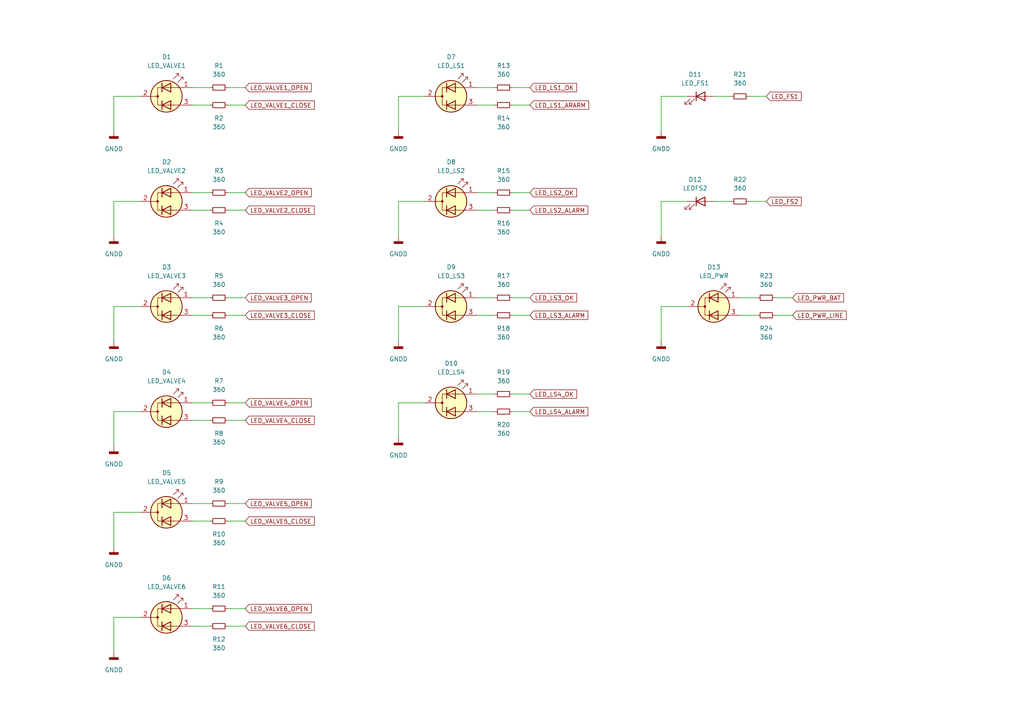
<source format=kicad_sch>
(kicad_sch (version 20211123) (generator eeschema)

  (uuid 55cb8f53-6225-445e-b244-a91169d9aa53)

  (paper "A4")

  (lib_symbols
    (symbol "Device:LED" (pin_numbers hide) (pin_names (offset 1.016) hide) (in_bom yes) (on_board yes)
      (property "Reference" "D" (id 0) (at 0 2.54 0)
        (effects (font (size 1.27 1.27)))
      )
      (property "Value" "LED" (id 1) (at 0 -2.54 0)
        (effects (font (size 1.27 1.27)))
      )
      (property "Footprint" "" (id 2) (at 0 0 0)
        (effects (font (size 1.27 1.27)) hide)
      )
      (property "Datasheet" "~" (id 3) (at 0 0 0)
        (effects (font (size 1.27 1.27)) hide)
      )
      (property "ki_keywords" "LED diode" (id 4) (at 0 0 0)
        (effects (font (size 1.27 1.27)) hide)
      )
      (property "ki_description" "Light emitting diode" (id 5) (at 0 0 0)
        (effects (font (size 1.27 1.27)) hide)
      )
      (property "ki_fp_filters" "LED* LED_SMD:* LED_THT:*" (id 6) (at 0 0 0)
        (effects (font (size 1.27 1.27)) hide)
      )
      (symbol "LED_0_1"
        (polyline
          (pts
            (xy -1.27 -1.27)
            (xy -1.27 1.27)
          )
          (stroke (width 0.254) (type default) (color 0 0 0 0))
          (fill (type none))
        )
        (polyline
          (pts
            (xy -1.27 0)
            (xy 1.27 0)
          )
          (stroke (width 0) (type default) (color 0 0 0 0))
          (fill (type none))
        )
        (polyline
          (pts
            (xy 1.27 -1.27)
            (xy 1.27 1.27)
            (xy -1.27 0)
            (xy 1.27 -1.27)
          )
          (stroke (width 0.254) (type default) (color 0 0 0 0))
          (fill (type none))
        )
        (polyline
          (pts
            (xy -3.048 -0.762)
            (xy -4.572 -2.286)
            (xy -3.81 -2.286)
            (xy -4.572 -2.286)
            (xy -4.572 -1.524)
          )
          (stroke (width 0) (type default) (color 0 0 0 0))
          (fill (type none))
        )
        (polyline
          (pts
            (xy -1.778 -0.762)
            (xy -3.302 -2.286)
            (xy -2.54 -2.286)
            (xy -3.302 -2.286)
            (xy -3.302 -1.524)
          )
          (stroke (width 0) (type default) (color 0 0 0 0))
          (fill (type none))
        )
      )
      (symbol "LED_1_1"
        (pin passive line (at -3.81 0 0) (length 2.54)
          (name "K" (effects (font (size 1.27 1.27))))
          (number "1" (effects (font (size 1.27 1.27))))
        )
        (pin passive line (at 3.81 0 180) (length 2.54)
          (name "A" (effects (font (size 1.27 1.27))))
          (number "2" (effects (font (size 1.27 1.27))))
        )
      )
    )
    (symbol "Device:LED_Dual_AKA" (pin_names (offset 0) hide) (in_bom yes) (on_board yes)
      (property "Reference" "D" (id 0) (at 0 5.715 0)
        (effects (font (size 1.27 1.27)))
      )
      (property "Value" "LED_Dual_AKA" (id 1) (at 0 -6.35 0)
        (effects (font (size 1.27 1.27)))
      )
      (property "Footprint" "" (id 2) (at 0 0 0)
        (effects (font (size 1.27 1.27)) hide)
      )
      (property "Datasheet" "~" (id 3) (at 0 0 0)
        (effects (font (size 1.27 1.27)) hide)
      )
      (property "ki_keywords" "LED diode bicolor dual" (id 4) (at 0 0 0)
        (effects (font (size 1.27 1.27)) hide)
      )
      (property "ki_description" "Dual LED, common cathode on pin 2" (id 5) (at 0 0 0)
        (effects (font (size 1.27 1.27)) hide)
      )
      (property "ki_fp_filters" "LED* LED_SMD:* LED_THT:*" (id 6) (at 0 0 0)
        (effects (font (size 1.27 1.27)) hide)
      )
      (symbol "LED_Dual_AKA_0_1"
        (circle (center -2.54 0) (radius 0.2794)
          (stroke (width 0) (type default) (color 0 0 0 0))
          (fill (type outline))
        )
        (polyline
          (pts
            (xy -4.572 0)
            (xy -2.54 0)
          )
          (stroke (width 0) (type default) (color 0 0 0 0))
          (fill (type none))
        )
        (polyline
          (pts
            (xy -1.27 -1.27)
            (xy -1.27 -3.81)
          )
          (stroke (width 0.254) (type default) (color 0 0 0 0))
          (fill (type none))
        )
        (polyline
          (pts
            (xy -1.27 1.27)
            (xy -1.27 3.81)
          )
          (stroke (width 0.254) (type default) (color 0 0 0 0))
          (fill (type none))
        )
        (polyline
          (pts
            (xy 3.81 -2.54)
            (xy 1.905 -2.54)
          )
          (stroke (width 0) (type default) (color 0 0 0 0))
          (fill (type none))
        )
        (polyline
          (pts
            (xy 3.81 2.54)
            (xy 1.905 2.54)
          )
          (stroke (width 0) (type default) (color 0 0 0 0))
          (fill (type none))
        )
        (polyline
          (pts
            (xy 1.27 -3.81)
            (xy 1.27 -1.27)
            (xy -1.27 -2.54)
            (xy 1.27 -3.81)
          )
          (stroke (width 0.254) (type default) (color 0 0 0 0))
          (fill (type none))
        )
        (polyline
          (pts
            (xy 1.27 1.27)
            (xy 1.27 3.81)
            (xy -1.27 2.54)
            (xy 1.27 1.27)
          )
          (stroke (width 0.254) (type default) (color 0 0 0 0))
          (fill (type none))
        )
        (polyline
          (pts
            (xy 2.032 2.54)
            (xy -2.54 2.54)
            (xy -2.54 -2.54)
            (xy 2.032 -2.54)
          )
          (stroke (width 0) (type default) (color 0 0 0 0))
          (fill (type none))
        )
        (polyline
          (pts
            (xy 2.032 5.08)
            (xy 3.556 6.604)
            (xy 2.794 6.604)
            (xy 3.556 6.604)
            (xy 3.556 5.842)
          )
          (stroke (width 0) (type default) (color 0 0 0 0))
          (fill (type none))
        )
        (polyline
          (pts
            (xy 3.302 4.064)
            (xy 4.826 5.588)
            (xy 4.064 5.588)
            (xy 4.826 5.588)
            (xy 4.826 4.826)
          )
          (stroke (width 0) (type default) (color 0 0 0 0))
          (fill (type none))
        )
        (circle (center 0 0) (radius 4.572)
          (stroke (width 0.254) (type default) (color 0 0 0 0))
          (fill (type background))
        )
      )
      (symbol "LED_Dual_AKA_1_1"
        (pin input line (at 7.62 2.54 180) (length 3.81)
          (name "A1" (effects (font (size 1.27 1.27))))
          (number "1" (effects (font (size 1.27 1.27))))
        )
        (pin input line (at -7.62 0 0) (length 3.048)
          (name "K" (effects (font (size 1.27 1.27))))
          (number "2" (effects (font (size 1.27 1.27))))
        )
        (pin input line (at 7.62 -2.54 180) (length 3.81)
          (name "A2" (effects (font (size 1.27 1.27))))
          (number "3" (effects (font (size 1.27 1.27))))
        )
      )
    )
    (symbol "Device:R_Small" (pin_numbers hide) (pin_names (offset 0.254) hide) (in_bom yes) (on_board yes)
      (property "Reference" "R" (id 0) (at 0.762 0.508 0)
        (effects (font (size 1.27 1.27)) (justify left))
      )
      (property "Value" "R_Small" (id 1) (at 0.762 -1.016 0)
        (effects (font (size 1.27 1.27)) (justify left))
      )
      (property "Footprint" "" (id 2) (at 0 0 0)
        (effects (font (size 1.27 1.27)) hide)
      )
      (property "Datasheet" "~" (id 3) (at 0 0 0)
        (effects (font (size 1.27 1.27)) hide)
      )
      (property "ki_keywords" "R resistor" (id 4) (at 0 0 0)
        (effects (font (size 1.27 1.27)) hide)
      )
      (property "ki_description" "Resistor, small symbol" (id 5) (at 0 0 0)
        (effects (font (size 1.27 1.27)) hide)
      )
      (property "ki_fp_filters" "R_*" (id 6) (at 0 0 0)
        (effects (font (size 1.27 1.27)) hide)
      )
      (symbol "R_Small_0_1"
        (rectangle (start -0.762 1.778) (end 0.762 -1.778)
          (stroke (width 0.2032) (type default) (color 0 0 0 0))
          (fill (type none))
        )
      )
      (symbol "R_Small_1_1"
        (pin passive line (at 0 2.54 270) (length 0.762)
          (name "~" (effects (font (size 1.27 1.27))))
          (number "1" (effects (font (size 1.27 1.27))))
        )
        (pin passive line (at 0 -2.54 90) (length 0.762)
          (name "~" (effects (font (size 1.27 1.27))))
          (number "2" (effects (font (size 1.27 1.27))))
        )
      )
    )
    (symbol "power:GNDD" (power) (pin_names (offset 0)) (in_bom yes) (on_board yes)
      (property "Reference" "#PWR" (id 0) (at 0 -6.35 0)
        (effects (font (size 1.27 1.27)) hide)
      )
      (property "Value" "GNDD" (id 1) (at 0 -3.175 0)
        (effects (font (size 1.27 1.27)))
      )
      (property "Footprint" "" (id 2) (at 0 0 0)
        (effects (font (size 1.27 1.27)) hide)
      )
      (property "Datasheet" "" (id 3) (at 0 0 0)
        (effects (font (size 1.27 1.27)) hide)
      )
      (property "ki_keywords" "power-flag" (id 4) (at 0 0 0)
        (effects (font (size 1.27 1.27)) hide)
      )
      (property "ki_description" "Power symbol creates a global label with name \"GNDD\" , digital ground" (id 5) (at 0 0 0)
        (effects (font (size 1.27 1.27)) hide)
      )
      (symbol "GNDD_0_1"
        (rectangle (start -1.27 -1.524) (end 1.27 -2.032)
          (stroke (width 0.254) (type default) (color 0 0 0 0))
          (fill (type outline))
        )
        (polyline
          (pts
            (xy 0 0)
            (xy 0 -1.524)
          )
          (stroke (width 0) (type default) (color 0 0 0 0))
          (fill (type none))
        )
      )
      (symbol "GNDD_1_1"
        (pin power_in line (at 0 0 270) (length 0) hide
          (name "GNDD" (effects (font (size 1.27 1.27))))
          (number "1" (effects (font (size 1.27 1.27))))
        )
      )
    )
  )


  (wire (pts (xy 115.57 127) (xy 115.57 116.84))
    (stroke (width 0) (type default) (color 0 0 0 0))
    (uuid 01e6cdb3-7161-46aa-9496-936b61d9f8e3)
  )
  (wire (pts (xy 138.43 60.96) (xy 143.51 60.96))
    (stroke (width 0) (type default) (color 0 0 0 0))
    (uuid 01f35d1f-0989-4ad9-93b1-f46e38d25f70)
  )
  (wire (pts (xy 66.04 86.36) (xy 71.12 86.36))
    (stroke (width 0) (type default) (color 0 0 0 0))
    (uuid 02f6c126-659d-4b2c-883c-ff06fd48929f)
  )
  (wire (pts (xy 66.04 30.48) (xy 71.12 30.48))
    (stroke (width 0) (type default) (color 0 0 0 0))
    (uuid 02ffb09e-ecd9-44c9-b463-e742976c4031)
  )
  (wire (pts (xy 191.77 88.9) (xy 199.39 88.9))
    (stroke (width 0) (type default) (color 0 0 0 0))
    (uuid 08f2df10-1ec4-478d-a4ae-d05aa8a511ab)
  )
  (wire (pts (xy 55.88 60.96) (xy 60.96 60.96))
    (stroke (width 0) (type default) (color 0 0 0 0))
    (uuid 105f8dec-7d38-40ec-836d-14fe51a050a6)
  )
  (wire (pts (xy 66.04 25.4) (xy 71.12 25.4))
    (stroke (width 0) (type default) (color 0 0 0 0))
    (uuid 13fa4ae6-c6d0-4c95-9dab-98c0834d9397)
  )
  (wire (pts (xy 115.57 58.42) (xy 123.19 58.42))
    (stroke (width 0) (type default) (color 0 0 0 0))
    (uuid 17210b20-c2a1-49b8-8b9c-5f1ab37c4b26)
  )
  (wire (pts (xy 115.57 88.9) (xy 123.19 88.9))
    (stroke (width 0) (type default) (color 0 0 0 0))
    (uuid 1947468f-824d-4440-9a56-9dee15c10420)
  )
  (wire (pts (xy 66.04 60.96) (xy 71.12 60.96))
    (stroke (width 0) (type default) (color 0 0 0 0))
    (uuid 1cf7a81d-0d7b-4692-a40f-b14613a0701c)
  )
  (wire (pts (xy 66.04 121.92) (xy 71.12 121.92))
    (stroke (width 0) (type default) (color 0 0 0 0))
    (uuid 252af732-3526-4e09-9bd8-ecbe8d3788de)
  )
  (wire (pts (xy 138.43 25.4) (xy 143.51 25.4))
    (stroke (width 0) (type default) (color 0 0 0 0))
    (uuid 25746bdd-8f9c-4186-93bb-c73b74b9b8e8)
  )
  (wire (pts (xy 55.88 55.88) (xy 60.96 55.88))
    (stroke (width 0) (type default) (color 0 0 0 0))
    (uuid 28df0a1d-902d-4e04-a5cb-5a785f372985)
  )
  (wire (pts (xy 33.02 158.75) (xy 33.02 148.59))
    (stroke (width 0) (type default) (color 0 0 0 0))
    (uuid 2f324496-6ea7-427a-9832-f73ee533a43f)
  )
  (wire (pts (xy 115.57 99.06) (xy 115.57 88.9))
    (stroke (width 0) (type default) (color 0 0 0 0))
    (uuid 3265756d-bd76-41e0-a062-1c9fd8870b55)
  )
  (wire (pts (xy 207.01 58.42) (xy 212.09 58.42))
    (stroke (width 0) (type default) (color 0 0 0 0))
    (uuid 39158f9e-7850-42ec-a4b1-38a370ea61b1)
  )
  (wire (pts (xy 138.43 55.88) (xy 143.51 55.88))
    (stroke (width 0) (type default) (color 0 0 0 0))
    (uuid 3cf16bc3-8efe-41a3-8961-17ee64845e59)
  )
  (wire (pts (xy 55.88 181.61) (xy 60.96 181.61))
    (stroke (width 0) (type default) (color 0 0 0 0))
    (uuid 41cea055-cece-43a3-9bd4-0c9c798147c3)
  )
  (wire (pts (xy 148.59 114.3) (xy 153.67 114.3))
    (stroke (width 0) (type default) (color 0 0 0 0))
    (uuid 46d51502-85bc-4074-94ab-982972438baa)
  )
  (wire (pts (xy 66.04 176.53) (xy 71.12 176.53))
    (stroke (width 0) (type default) (color 0 0 0 0))
    (uuid 49ea1a37-9d06-46d6-a13f-fb7aaf22b634)
  )
  (wire (pts (xy 148.59 55.88) (xy 153.67 55.88))
    (stroke (width 0) (type default) (color 0 0 0 0))
    (uuid 4bd84b5a-66c8-4201-ab60-ae7a031c5149)
  )
  (wire (pts (xy 33.02 58.42) (xy 40.64 58.42))
    (stroke (width 0) (type default) (color 0 0 0 0))
    (uuid 4dd23da7-43b4-4e4d-a090-c01331d7912f)
  )
  (wire (pts (xy 191.77 27.94) (xy 199.39 27.94))
    (stroke (width 0) (type default) (color 0 0 0 0))
    (uuid 58c04ad3-ca4d-424e-b243-fb9fcae24673)
  )
  (wire (pts (xy 115.57 68.58) (xy 115.57 58.42))
    (stroke (width 0) (type default) (color 0 0 0 0))
    (uuid 594d4895-d34b-44e2-a670-e738a7d199ec)
  )
  (wire (pts (xy 55.88 146.05) (xy 60.96 146.05))
    (stroke (width 0) (type default) (color 0 0 0 0))
    (uuid 64ffb98e-ef49-4c85-9a98-c436b27223ef)
  )
  (wire (pts (xy 55.88 91.44) (xy 60.96 91.44))
    (stroke (width 0) (type default) (color 0 0 0 0))
    (uuid 65461535-6592-4b7f-9ce1-0597bbd64cbd)
  )
  (wire (pts (xy 217.17 58.42) (xy 222.25 58.42))
    (stroke (width 0) (type default) (color 0 0 0 0))
    (uuid 661bfc2c-4b33-4b80-869c-0b524a188230)
  )
  (wire (pts (xy 115.57 116.84) (xy 123.19 116.84))
    (stroke (width 0) (type default) (color 0 0 0 0))
    (uuid 662f306f-9076-44da-b886-0afbbefa047b)
  )
  (wire (pts (xy 33.02 148.59) (xy 40.64 148.59))
    (stroke (width 0) (type default) (color 0 0 0 0))
    (uuid 6c29a401-e6e0-446a-b2bf-28b7d78f3f15)
  )
  (wire (pts (xy 55.88 30.48) (xy 60.96 30.48))
    (stroke (width 0) (type default) (color 0 0 0 0))
    (uuid 7e65307a-29a8-47c5-9c6f-2614f7ebbed3)
  )
  (wire (pts (xy 138.43 86.36) (xy 143.51 86.36))
    (stroke (width 0) (type default) (color 0 0 0 0))
    (uuid 7fc4dc14-193d-432f-9ec1-fbc18e4d5eb5)
  )
  (wire (pts (xy 214.63 91.44) (xy 219.71 91.44))
    (stroke (width 0) (type default) (color 0 0 0 0))
    (uuid 837ea8f7-5764-4545-bd09-78b2ef468352)
  )
  (wire (pts (xy 33.02 119.38) (xy 40.64 119.38))
    (stroke (width 0) (type default) (color 0 0 0 0))
    (uuid 85c8da67-a7d4-45c1-ad7c-02b42b76ef9e)
  )
  (wire (pts (xy 138.43 119.38) (xy 143.51 119.38))
    (stroke (width 0) (type default) (color 0 0 0 0))
    (uuid 871b14b7-d089-4858-90ef-7618ff52f0c7)
  )
  (wire (pts (xy 66.04 151.13) (xy 71.12 151.13))
    (stroke (width 0) (type default) (color 0 0 0 0))
    (uuid 8d8e8273-639d-463d-baf0-7be420af5866)
  )
  (wire (pts (xy 55.88 116.84) (xy 60.96 116.84))
    (stroke (width 0) (type default) (color 0 0 0 0))
    (uuid 8dd2259c-43c3-4bd3-abb4-f8178b600d24)
  )
  (wire (pts (xy 148.59 119.38) (xy 153.67 119.38))
    (stroke (width 0) (type default) (color 0 0 0 0))
    (uuid 8e2f00c9-972e-46e0-bae5-fdf915cfa95d)
  )
  (wire (pts (xy 33.02 179.07) (xy 40.64 179.07))
    (stroke (width 0) (type default) (color 0 0 0 0))
    (uuid 92361955-ba6c-47d5-8085-788258b33137)
  )
  (wire (pts (xy 33.02 38.1) (xy 33.02 27.94))
    (stroke (width 0) (type default) (color 0 0 0 0))
    (uuid 93937384-e008-4e1c-89a9-111b21e83633)
  )
  (wire (pts (xy 33.02 27.94) (xy 40.64 27.94))
    (stroke (width 0) (type default) (color 0 0 0 0))
    (uuid 97611e00-8d8a-4a37-b1d2-a6a03cf8e619)
  )
  (wire (pts (xy 138.43 30.48) (xy 143.51 30.48))
    (stroke (width 0) (type default) (color 0 0 0 0))
    (uuid 9770a75e-8f09-4069-9dff-d2f9f66e14e1)
  )
  (wire (pts (xy 207.01 27.94) (xy 212.09 27.94))
    (stroke (width 0) (type default) (color 0 0 0 0))
    (uuid 98d2c32f-d4d6-41b0-b2ce-6251fb6c1c71)
  )
  (wire (pts (xy 148.59 91.44) (xy 153.67 91.44))
    (stroke (width 0) (type default) (color 0 0 0 0))
    (uuid 9deb5513-e726-46a6-a3d9-cb95c237ec87)
  )
  (wire (pts (xy 33.02 99.06) (xy 33.02 88.9))
    (stroke (width 0) (type default) (color 0 0 0 0))
    (uuid a0c931c6-bcf4-4114-9f2f-a8e6282b0532)
  )
  (wire (pts (xy 55.88 121.92) (xy 60.96 121.92))
    (stroke (width 0) (type default) (color 0 0 0 0))
    (uuid a746552c-795a-4a15-99eb-f3567934a8d6)
  )
  (wire (pts (xy 115.57 38.1) (xy 115.57 27.94))
    (stroke (width 0) (type default) (color 0 0 0 0))
    (uuid ab4e12d8-0c4a-4d43-ad24-5dbc5504cfd0)
  )
  (wire (pts (xy 217.17 27.94) (xy 222.25 27.94))
    (stroke (width 0) (type default) (color 0 0 0 0))
    (uuid b1153229-aedc-4c13-9ed7-f742e33f7ab7)
  )
  (wire (pts (xy 66.04 116.84) (xy 71.12 116.84))
    (stroke (width 0) (type default) (color 0 0 0 0))
    (uuid b23fc8eb-4656-474a-98f7-4458d10ab2bf)
  )
  (wire (pts (xy 33.02 189.23) (xy 33.02 179.07))
    (stroke (width 0) (type default) (color 0 0 0 0))
    (uuid b9c86228-1099-4f67-97da-5ce91d5c9087)
  )
  (wire (pts (xy 66.04 91.44) (xy 71.12 91.44))
    (stroke (width 0) (type default) (color 0 0 0 0))
    (uuid ba264259-6059-4ccd-8787-c64abed77333)
  )
  (wire (pts (xy 138.43 91.44) (xy 143.51 91.44))
    (stroke (width 0) (type default) (color 0 0 0 0))
    (uuid c1ecae50-67e3-4286-974f-ad9a88371dbb)
  )
  (wire (pts (xy 66.04 146.05) (xy 71.12 146.05))
    (stroke (width 0) (type default) (color 0 0 0 0))
    (uuid c2da4d57-c4d6-429f-8dc5-e37984d662c8)
  )
  (wire (pts (xy 224.79 86.36) (xy 229.87 86.36))
    (stroke (width 0) (type default) (color 0 0 0 0))
    (uuid c6a1c65a-87e5-485f-8561-249521f200c2)
  )
  (wire (pts (xy 148.59 30.48) (xy 153.67 30.48))
    (stroke (width 0) (type default) (color 0 0 0 0))
    (uuid c88de89d-ab13-4ce9-9f99-bf87b866d325)
  )
  (wire (pts (xy 33.02 68.58) (xy 33.02 58.42))
    (stroke (width 0) (type default) (color 0 0 0 0))
    (uuid c9d00ffb-7ea1-4a0a-ba30-ddaf58a3480a)
  )
  (wire (pts (xy 55.88 176.53) (xy 60.96 176.53))
    (stroke (width 0) (type default) (color 0 0 0 0))
    (uuid cd7c9833-8262-43c1-943d-72fe433a14fa)
  )
  (wire (pts (xy 191.77 99.06) (xy 191.77 88.9))
    (stroke (width 0) (type default) (color 0 0 0 0))
    (uuid cdd9577b-7c52-4e51-b05a-62248c1259c3)
  )
  (wire (pts (xy 55.88 151.13) (xy 60.96 151.13))
    (stroke (width 0) (type default) (color 0 0 0 0))
    (uuid ce1852dd-3b67-4ea5-b231-3b3291c306a2)
  )
  (wire (pts (xy 191.77 58.42) (xy 199.39 58.42))
    (stroke (width 0) (type default) (color 0 0 0 0))
    (uuid ce7c5cdb-1280-4314-99bf-fa997af2dcaa)
  )
  (wire (pts (xy 55.88 25.4) (xy 60.96 25.4))
    (stroke (width 0) (type default) (color 0 0 0 0))
    (uuid d3b3d581-a2c8-4351-a1d5-62d0bd5bf39f)
  )
  (wire (pts (xy 66.04 55.88) (xy 71.12 55.88))
    (stroke (width 0) (type default) (color 0 0 0 0))
    (uuid d4479754-41aa-4d78-a259-5236836309fe)
  )
  (wire (pts (xy 115.57 27.94) (xy 123.19 27.94))
    (stroke (width 0) (type default) (color 0 0 0 0))
    (uuid d56f8faf-32c6-4b66-9f17-a6c40f048164)
  )
  (wire (pts (xy 214.63 86.36) (xy 219.71 86.36))
    (stroke (width 0) (type default) (color 0 0 0 0))
    (uuid d5fbb4b9-a8e6-4290-80c9-0feab8b2ae03)
  )
  (wire (pts (xy 224.79 91.44) (xy 229.87 91.44))
    (stroke (width 0) (type default) (color 0 0 0 0))
    (uuid d9637321-240e-4385-94e2-51956936b64c)
  )
  (wire (pts (xy 33.02 129.54) (xy 33.02 119.38))
    (stroke (width 0) (type default) (color 0 0 0 0))
    (uuid e08feb9f-5370-47ed-a651-ac8cfc93de21)
  )
  (wire (pts (xy 191.77 68.58) (xy 191.77 58.42))
    (stroke (width 0) (type default) (color 0 0 0 0))
    (uuid e27233b8-b319-4009-a825-0bec93079055)
  )
  (wire (pts (xy 191.77 38.1) (xy 191.77 27.94))
    (stroke (width 0) (type default) (color 0 0 0 0))
    (uuid e58144f3-7dcd-4938-a7f7-49ff801c65b2)
  )
  (wire (pts (xy 138.43 114.3) (xy 143.51 114.3))
    (stroke (width 0) (type default) (color 0 0 0 0))
    (uuid e9df0200-4236-4834-a25d-094a0415ba8f)
  )
  (wire (pts (xy 148.59 60.96) (xy 153.67 60.96))
    (stroke (width 0) (type default) (color 0 0 0 0))
    (uuid ec7af4b2-e316-41e7-bf55-a61bd0ccef72)
  )
  (wire (pts (xy 148.59 86.36) (xy 153.67 86.36))
    (stroke (width 0) (type default) (color 0 0 0 0))
    (uuid f3b9e9d1-d498-4ea9-a433-3ef104139cca)
  )
  (wire (pts (xy 55.88 86.36) (xy 60.96 86.36))
    (stroke (width 0) (type default) (color 0 0 0 0))
    (uuid f4807ceb-a2db-4ec0-8df7-1b63a5a05efd)
  )
  (wire (pts (xy 148.59 25.4) (xy 153.67 25.4))
    (stroke (width 0) (type default) (color 0 0 0 0))
    (uuid f5d758c0-3de7-4bb9-8b2b-7d264723dfdd)
  )
  (wire (pts (xy 66.04 181.61) (xy 71.12 181.61))
    (stroke (width 0) (type default) (color 0 0 0 0))
    (uuid f82ca2fe-6d33-4b72-a5c5-bf3f5903c59c)
  )
  (wire (pts (xy 33.02 88.9) (xy 40.64 88.9))
    (stroke (width 0) (type default) (color 0 0 0 0))
    (uuid f95c6e1f-0566-40f5-a898-974f1056a029)
  )

  (global_label "LED_VALVE3_CLOSE" (shape input) (at 71.12 91.44 0) (fields_autoplaced)
    (effects (font (size 1.2446 1.2446)) (justify left))
    (uuid 0280ec9b-c492-4e3f-81c5-220b9a9382ee)
    (property "Intersheet References" "${INTERSHEET_REFS}" (id 0) (at 91.1463 91.3622 0)
      (effects (font (size 1.2446 1.2446)) (justify left) hide)
    )
  )
  (global_label "LED_VALVE2_OPEN" (shape input) (at 71.12 55.88 0) (fields_autoplaced)
    (effects (font (size 1.2446 1.2446)) (justify left))
    (uuid 252a0daf-9d34-4a40-9f82-58cd57ee3ca9)
    (property "Intersheet References" "${INTERSHEET_REFS}" (id 0) (at 90.2573 55.8022 0)
      (effects (font (size 1.2446 1.2446)) (justify left) hide)
    )
  )
  (global_label "LED_LS1_OK" (shape input) (at 153.67 25.4 0) (fields_autoplaced)
    (effects (font (size 1.2446 1.2446)) (justify left))
    (uuid 2f1370f6-61c2-43ab-860b-36072380935f)
    (property "Intersheet References" "${INTERSHEET_REFS}" (id 0) (at 167.2362 25.3222 0)
      (effects (font (size 1.2446 1.2446)) (justify left) hide)
    )
  )
  (global_label "LED_LS4_ALARM" (shape input) (at 153.67 119.38 0) (fields_autoplaced)
    (effects (font (size 1.2446 1.2446)) (justify left))
    (uuid 3c3a7fab-f987-422f-9ab8-d5590a20fa56)
    (property "Intersheet References" "${INTERSHEET_REFS}" (id 0) (at 170.4959 119.3022 0)
      (effects (font (size 1.2446 1.2446)) (justify left) hide)
    )
  )
  (global_label "LED_VALVE1_OPEN" (shape input) (at 71.12 25.4 0) (fields_autoplaced)
    (effects (font (size 1.2446 1.2446)) (justify left))
    (uuid 4bc9be44-c948-4fea-8b30-3ec905c1d013)
    (property "Intersheet References" "${INTERSHEET_REFS}" (id 0) (at 90.2573 25.3222 0)
      (effects (font (size 1.2446 1.2446)) (justify left) hide)
    )
  )
  (global_label "LED_VALVE4_CLOSE" (shape input) (at 71.12 121.92 0) (fields_autoplaced)
    (effects (font (size 1.2446 1.2446)) (justify left))
    (uuid 4c5848c6-65d2-4830-8fd1-2d4cbe2e4c51)
    (property "Intersheet References" "${INTERSHEET_REFS}" (id 0) (at 91.1463 121.8422 0)
      (effects (font (size 1.2446 1.2446)) (justify left) hide)
    )
  )
  (global_label "LED_VALVE5_CLOSE" (shape input) (at 71.12 151.13 0) (fields_autoplaced)
    (effects (font (size 1.2446 1.2446)) (justify left))
    (uuid 6fa6efab-68de-41cf-8708-ec6ca587fe28)
    (property "Intersheet References" "${INTERSHEET_REFS}" (id 0) (at 91.1463 151.0522 0)
      (effects (font (size 1.2446 1.2446)) (justify left) hide)
    )
  )
  (global_label "LED_LS2_OK" (shape input) (at 153.67 55.88 0) (fields_autoplaced)
    (effects (font (size 1.2446 1.2446)) (justify left))
    (uuid 6fc0242b-03c1-47b5-8e0b-ba7c21f4dd8b)
    (property "Intersheet References" "${INTERSHEET_REFS}" (id 0) (at 167.2362 55.8022 0)
      (effects (font (size 1.2446 1.2446)) (justify left) hide)
    )
  )
  (global_label "LED_LS4_OK" (shape input) (at 153.67 114.3 0) (fields_autoplaced)
    (effects (font (size 1.2446 1.2446)) (justify left))
    (uuid 7f2f6372-7597-4dde-ba73-c4327f3e2b26)
    (property "Intersheet References" "${INTERSHEET_REFS}" (id 0) (at 167.2362 114.2222 0)
      (effects (font (size 1.2446 1.2446)) (justify left) hide)
    )
  )
  (global_label "LED_PWR_BAT" (shape input) (at 229.87 86.36 0) (fields_autoplaced)
    (effects (font (size 1.2446 1.2446)) (justify left))
    (uuid 7f6e3877-a262-4023-8095-9d8755dcfef4)
    (property "Intersheet References" "${INTERSHEET_REFS}" (id 0) (at -19.05 -55.88 0)
      (effects (font (size 1.27 1.27)) hide)
    )
  )
  (global_label "LED_PWR_LINE" (shape input) (at 229.87 91.44 0) (fields_autoplaced)
    (effects (font (size 1.2446 1.2446)) (justify left))
    (uuid 878b81fb-4a2c-4f5a-a5f1-f67728f3ca72)
    (property "Intersheet References" "${INTERSHEET_REFS}" (id 0) (at -19.05 -55.88 0)
      (effects (font (size 1.27 1.27)) hide)
    )
  )
  (global_label "LED_VALVE3_OPEN" (shape input) (at 71.12 86.36 0) (fields_autoplaced)
    (effects (font (size 1.2446 1.2446)) (justify left))
    (uuid 8c367178-377a-40d7-881a-813ad3551822)
    (property "Intersheet References" "${INTERSHEET_REFS}" (id 0) (at 90.2573 86.2822 0)
      (effects (font (size 1.2446 1.2446)) (justify left) hide)
    )
  )
  (global_label "LED_VALVE4_OPEN" (shape input) (at 71.12 116.84 0) (fields_autoplaced)
    (effects (font (size 1.2446 1.2446)) (justify left))
    (uuid 8e4f4dd2-1b0f-4841-9d6c-8a21f53f6166)
    (property "Intersheet References" "${INTERSHEET_REFS}" (id 0) (at 90.2573 116.7622 0)
      (effects (font (size 1.2446 1.2446)) (justify left) hide)
    )
  )
  (global_label "LED_LS2_ALARM" (shape input) (at 153.67 60.96 0) (fields_autoplaced)
    (effects (font (size 1.2446 1.2446)) (justify left))
    (uuid 96079cfb-abbc-4071-b94c-419198c570fb)
    (property "Intersheet References" "${INTERSHEET_REFS}" (id 0) (at 170.4959 60.8822 0)
      (effects (font (size 1.2446 1.2446)) (justify left) hide)
    )
  )
  (global_label "LED_VALVE6_CLOSE" (shape input) (at 71.12 181.61 0) (fields_autoplaced)
    (effects (font (size 1.2446 1.2446)) (justify left))
    (uuid 98763f32-54e6-4d58-a60a-c38bacb2baf5)
    (property "Intersheet References" "${INTERSHEET_REFS}" (id 0) (at 91.1463 181.5322 0)
      (effects (font (size 1.2446 1.2446)) (justify left) hide)
    )
  )
  (global_label "LED_VALVE5_OPEN" (shape input) (at 71.12 146.05 0) (fields_autoplaced)
    (effects (font (size 1.2446 1.2446)) (justify left))
    (uuid ab04f789-e74d-49bb-ab54-5dbc7cc4d680)
    (property "Intersheet References" "${INTERSHEET_REFS}" (id 0) (at 90.2573 145.9722 0)
      (effects (font (size 1.2446 1.2446)) (justify left) hide)
    )
  )
  (global_label "LED_FS2" (shape input) (at 222.25 58.42 0) (fields_autoplaced)
    (effects (font (size 1.2446 1.2446)) (justify left))
    (uuid b532d1ee-5e7e-4993-94c6-0e37a2203378)
    (property "Intersheet References" "${INTERSHEET_REFS}" (id 0) (at 232.3787 58.3422 0)
      (effects (font (size 1.2446 1.2446)) (justify left) hide)
    )
  )
  (global_label "LED_VALVE6_OPEN" (shape input) (at 71.12 176.53 0) (fields_autoplaced)
    (effects (font (size 1.2446 1.2446)) (justify left))
    (uuid c7450745-904f-43dd-954f-23715c8579ab)
    (property "Intersheet References" "${INTERSHEET_REFS}" (id 0) (at 90.2573 176.4522 0)
      (effects (font (size 1.2446 1.2446)) (justify left) hide)
    )
  )
  (global_label "LED_VALVE2_CLOSE" (shape input) (at 71.12 60.96 0) (fields_autoplaced)
    (effects (font (size 1.2446 1.2446)) (justify left))
    (uuid dd86965a-41a1-4690-a165-fef937fe8323)
    (property "Intersheet References" "${INTERSHEET_REFS}" (id 0) (at 91.1463 60.8822 0)
      (effects (font (size 1.2446 1.2446)) (justify left) hide)
    )
  )
  (global_label "LED_VALVE1_CLOSE" (shape input) (at 71.12 30.48 0) (fields_autoplaced)
    (effects (font (size 1.2446 1.2446)) (justify left))
    (uuid e348bab4-7a9d-43a2-ac2d-beebe359a32a)
    (property "Intersheet References" "${INTERSHEET_REFS}" (id 0) (at 91.1463 30.4022 0)
      (effects (font (size 1.2446 1.2446)) (justify left) hide)
    )
  )
  (global_label "LED_LS3_OK" (shape input) (at 153.67 86.36 0) (fields_autoplaced)
    (effects (font (size 1.2446 1.2446)) (justify left))
    (uuid ee2d21c6-36ab-423c-a59c-a2fb03bac5b0)
    (property "Intersheet References" "${INTERSHEET_REFS}" (id 0) (at 167.2362 86.2822 0)
      (effects (font (size 1.2446 1.2446)) (justify left) hide)
    )
  )
  (global_label "LED_FS1" (shape input) (at 222.25 27.94 0) (fields_autoplaced)
    (effects (font (size 1.2446 1.2446)) (justify left))
    (uuid ee7e76a0-c738-4af4-a94b-38fca232c46e)
    (property "Intersheet References" "${INTERSHEET_REFS}" (id 0) (at 232.3787 27.8622 0)
      (effects (font (size 1.2446 1.2446)) (justify left) hide)
    )
  )
  (global_label "LED_LS1_ARARM" (shape input) (at 153.67 30.48 0) (fields_autoplaced)
    (effects (font (size 1.2446 1.2446)) (justify left))
    (uuid f524c49e-a8b6-46d3-81c1-f350d47e312c)
    (property "Intersheet References" "${INTERSHEET_REFS}" (id 0) (at 170.7329 30.4022 0)
      (effects (font (size 1.2446 1.2446)) (justify left) hide)
    )
  )
  (global_label "LED_LS3_ALARM" (shape input) (at 153.67 91.44 0) (fields_autoplaced)
    (effects (font (size 1.2446 1.2446)) (justify left))
    (uuid fac7e43e-a873-4eda-99de-580ef4832924)
    (property "Intersheet References" "${INTERSHEET_REFS}" (id 0) (at 170.4959 91.3622 0)
      (effects (font (size 1.2446 1.2446)) (justify left) hide)
    )
  )

  (symbol (lib_id "Device:R_Small") (at 146.05 119.38 90) (unit 1)
    (in_bom yes) (on_board yes) (fields_autoplaced)
    (uuid 03c066b8-6295-4823-87a5-ca75429dce2e)
    (property "Reference" "R20" (id 0) (at 146.05 123.19 90))
    (property "Value" "360" (id 1) (at 146.05 125.73 90))
    (property "Footprint" "Resistor_SMD:R_0805_2012Metric" (id 2) (at 146.05 119.38 0)
      (effects (font (size 1.27 1.27)) hide)
    )
    (property "Datasheet" "~" (id 3) (at 146.05 119.38 0)
      (effects (font (size 1.27 1.27)) hide)
    )
    (pin "1" (uuid a2d16f4a-7719-491b-af0a-e125b141f962))
    (pin "2" (uuid f6fae73f-cede-4cf6-887c-5dfa1b669167))
  )

  (symbol (lib_id "Device:R_Small") (at 146.05 86.36 90) (unit 1)
    (in_bom yes) (on_board yes) (fields_autoplaced)
    (uuid 09812d75-35f1-486b-88d6-84440b8bea48)
    (property "Reference" "R17" (id 0) (at 146.05 80.01 90))
    (property "Value" "360" (id 1) (at 146.05 82.55 90))
    (property "Footprint" "Resistor_SMD:R_0805_2012Metric" (id 2) (at 146.05 86.36 0)
      (effects (font (size 1.27 1.27)) hide)
    )
    (property "Datasheet" "~" (id 3) (at 146.05 86.36 0)
      (effects (font (size 1.27 1.27)) hide)
    )
    (pin "1" (uuid 5920914a-e6b1-462c-a068-8f258b81ba37))
    (pin "2" (uuid fc4202a0-7822-4c2c-840e-47da8b7b3895))
  )

  (symbol (lib_id "power:GNDD") (at 33.02 38.1 0) (unit 1)
    (in_bom yes) (on_board yes) (fields_autoplaced)
    (uuid 0d4df3f1-ddaf-4dc7-a621-c31cba378587)
    (property "Reference" "#PWR01" (id 0) (at 33.02 44.45 0)
      (effects (font (size 1.27 1.27)) hide)
    )
    (property "Value" "GNDD" (id 1) (at 33.02 43.18 0))
    (property "Footprint" "" (id 2) (at 33.02 38.1 0)
      (effects (font (size 1.27 1.27)) hide)
    )
    (property "Datasheet" "" (id 3) (at 33.02 38.1 0)
      (effects (font (size 1.27 1.27)) hide)
    )
    (pin "1" (uuid bfc25e5f-222b-4062-945d-3dc437b7a633))
  )

  (symbol (lib_id "power:GNDD") (at 33.02 129.54 0) (unit 1)
    (in_bom yes) (on_board yes) (fields_autoplaced)
    (uuid 1489dfe0-e844-4552-873f-6b6760c513d6)
    (property "Reference" "#PWR04" (id 0) (at 33.02 135.89 0)
      (effects (font (size 1.27 1.27)) hide)
    )
    (property "Value" "GNDD" (id 1) (at 33.02 134.62 0))
    (property "Footprint" "" (id 2) (at 33.02 129.54 0)
      (effects (font (size 1.27 1.27)) hide)
    )
    (property "Datasheet" "" (id 3) (at 33.02 129.54 0)
      (effects (font (size 1.27 1.27)) hide)
    )
    (pin "1" (uuid 4b163d6a-3331-45f1-9d5a-d8b941dda150))
  )

  (symbol (lib_id "Device:LED_Dual_AKA") (at 130.81 58.42 0) (unit 1)
    (in_bom yes) (on_board yes) (fields_autoplaced)
    (uuid 1afc6c2c-1407-4bc9-8cc1-c8e10a3e2c22)
    (property "Reference" "D8" (id 0) (at 130.8735 46.99 0))
    (property "Value" "LED_LS2" (id 1) (at 130.8735 49.53 0))
    (property "Footprint" "LED_THT:LED_D5.0mm-3" (id 2) (at 130.81 58.42 0)
      (effects (font (size 1.27 1.27)) hide)
    )
    (property "Datasheet" "~" (id 3) (at 130.81 58.42 0)
      (effects (font (size 1.27 1.27)) hide)
    )
    (pin "1" (uuid 4411e613-27a4-4ce1-a812-d62addc51a18))
    (pin "2" (uuid e7fa3b35-4f9f-4853-a1de-0d9b6920f702))
    (pin "3" (uuid f650d7d1-fe5b-4e89-b080-ed484b6496f1))
  )

  (symbol (lib_id "Device:R_Small") (at 214.63 27.94 90) (unit 1)
    (in_bom yes) (on_board yes) (fields_autoplaced)
    (uuid 1d498cd0-1da6-480c-bc2a-2f34ba2a60fe)
    (property "Reference" "R21" (id 0) (at 214.63 21.59 90))
    (property "Value" "360" (id 1) (at 214.63 24.13 90))
    (property "Footprint" "Resistor_SMD:R_0805_2012Metric" (id 2) (at 214.63 27.94 0)
      (effects (font (size 1.27 1.27)) hide)
    )
    (property "Datasheet" "~" (id 3) (at 214.63 27.94 0)
      (effects (font (size 1.27 1.27)) hide)
    )
    (pin "1" (uuid 4dc4531e-156d-409b-afa0-d6e4561294ac))
    (pin "2" (uuid d4fe255f-fe89-4ba3-ad12-4208f5ef8ffc))
  )

  (symbol (lib_id "Device:R_Small") (at 63.5 86.36 90) (unit 1)
    (in_bom yes) (on_board yes) (fields_autoplaced)
    (uuid 21660a74-ee3a-4f06-83cf-3d530387806c)
    (property "Reference" "R5" (id 0) (at 63.5 80.01 90))
    (property "Value" "360" (id 1) (at 63.5 82.55 90))
    (property "Footprint" "Resistor_SMD:R_0805_2012Metric" (id 2) (at 63.5 86.36 0)
      (effects (font (size 1.27 1.27)) hide)
    )
    (property "Datasheet" "~" (id 3) (at 63.5 86.36 0)
      (effects (font (size 1.27 1.27)) hide)
    )
    (pin "1" (uuid 234de380-151c-432f-9158-37e1ca1817f9))
    (pin "2" (uuid 39c1ab2c-3174-4fc5-a0af-fd70b2efa47a))
  )

  (symbol (lib_id "Device:LED_Dual_AKA") (at 48.26 88.9 0) (unit 1)
    (in_bom yes) (on_board yes) (fields_autoplaced)
    (uuid 21d6bfbb-ee00-45ea-b1bb-11e99895ae23)
    (property "Reference" "D3" (id 0) (at 48.3235 77.47 0))
    (property "Value" "LED_VALVE3" (id 1) (at 48.3235 80.01 0))
    (property "Footprint" "LED_THT:LED_D5.0mm-3" (id 2) (at 48.26 88.9 0)
      (effects (font (size 1.27 1.27)) hide)
    )
    (property "Datasheet" "~" (id 3) (at 48.26 88.9 0)
      (effects (font (size 1.27 1.27)) hide)
    )
    (pin "1" (uuid ab44b3c8-17bc-443e-92f7-13189389035d))
    (pin "2" (uuid 379f6dee-0d9a-4e1b-af55-090744f10be8))
    (pin "3" (uuid 303e58de-e67f-4569-93f7-ac862a70cc5b))
  )

  (symbol (lib_id "Device:R_Small") (at 146.05 60.96 90) (unit 1)
    (in_bom yes) (on_board yes) (fields_autoplaced)
    (uuid 21e761a0-4366-4fdc-a579-63c6a0ffdc00)
    (property "Reference" "R16" (id 0) (at 146.05 64.77 90))
    (property "Value" "360" (id 1) (at 146.05 67.31 90))
    (property "Footprint" "Resistor_SMD:R_0805_2012Metric" (id 2) (at 146.05 60.96 0)
      (effects (font (size 1.27 1.27)) hide)
    )
    (property "Datasheet" "~" (id 3) (at 146.05 60.96 0)
      (effects (font (size 1.27 1.27)) hide)
    )
    (pin "1" (uuid 2d10a283-0baa-451e-b6bf-7f0ad88e47f6))
    (pin "2" (uuid f8fb79a2-82bb-4958-83c3-7ea7b3118e75))
  )

  (symbol (lib_id "Device:R_Small") (at 63.5 30.48 90) (unit 1)
    (in_bom yes) (on_board yes) (fields_autoplaced)
    (uuid 3e58f6c7-ac23-40b3-9e9e-8d1c0fc5846f)
    (property "Reference" "R2" (id 0) (at 63.5 34.29 90))
    (property "Value" "360" (id 1) (at 63.5 36.83 90))
    (property "Footprint" "Resistor_SMD:R_0805_2012Metric" (id 2) (at 63.5 30.48 0)
      (effects (font (size 1.27 1.27)) hide)
    )
    (property "Datasheet" "~" (id 3) (at 63.5 30.48 0)
      (effects (font (size 1.27 1.27)) hide)
    )
    (pin "1" (uuid 28bd14dc-bf24-46c3-8125-806db2a1135d))
    (pin "2" (uuid 951e017b-484a-4480-bbc3-d2193c87dfdc))
  )

  (symbol (lib_id "Device:R_Small") (at 146.05 25.4 90) (unit 1)
    (in_bom yes) (on_board yes) (fields_autoplaced)
    (uuid 3fb7ded7-2d08-4a7a-808a-b786cf2547a0)
    (property "Reference" "R13" (id 0) (at 146.05 19.05 90))
    (property "Value" "360" (id 1) (at 146.05 21.59 90))
    (property "Footprint" "Resistor_SMD:R_0805_2012Metric" (id 2) (at 146.05 25.4 0)
      (effects (font (size 1.27 1.27)) hide)
    )
    (property "Datasheet" "~" (id 3) (at 146.05 25.4 0)
      (effects (font (size 1.27 1.27)) hide)
    )
    (pin "1" (uuid c7a49dd7-6794-4cde-ab3f-0457f667d11f))
    (pin "2" (uuid 4da15386-453f-47cd-abd1-408a8eda1a03))
  )

  (symbol (lib_id "Device:LED_Dual_AKA") (at 48.26 27.94 0) (unit 1)
    (in_bom yes) (on_board yes) (fields_autoplaced)
    (uuid 424308d9-aacd-429e-b989-8b88805193e8)
    (property "Reference" "D1" (id 0) (at 48.3235 16.51 0))
    (property "Value" "LED_VALVE1" (id 1) (at 48.3235 19.05 0))
    (property "Footprint" "LED_THT:LED_D5.0mm-3" (id 2) (at 48.26 27.94 0)
      (effects (font (size 1.27 1.27)) hide)
    )
    (property "Datasheet" "~" (id 3) (at 48.26 27.94 0)
      (effects (font (size 1.27 1.27)) hide)
    )
    (pin "1" (uuid 9a2b8653-f45f-4f6a-98a1-7ba3af044bfa))
    (pin "2" (uuid bf785926-b6b4-41a4-89a6-484182d84fce))
    (pin "3" (uuid 640d8d8a-3be1-4c1e-b478-33d83fe2a298))
  )

  (symbol (lib_id "Device:R_Small") (at 63.5 91.44 90) (unit 1)
    (in_bom yes) (on_board yes) (fields_autoplaced)
    (uuid 44915d9b-4826-4ee5-bead-e5c5f9e03d97)
    (property "Reference" "R6" (id 0) (at 63.5 95.25 90))
    (property "Value" "360" (id 1) (at 63.5 97.79 90))
    (property "Footprint" "Resistor_SMD:R_0805_2012Metric" (id 2) (at 63.5 91.44 0)
      (effects (font (size 1.27 1.27)) hide)
    )
    (property "Datasheet" "~" (id 3) (at 63.5 91.44 0)
      (effects (font (size 1.27 1.27)) hide)
    )
    (pin "1" (uuid 7ab82e96-00b7-4542-a1d8-68bf62de017c))
    (pin "2" (uuid 101cdddc-9bd9-48b6-8568-d62f9928c674))
  )

  (symbol (lib_id "Device:LED") (at 203.2 58.42 0) (unit 1)
    (in_bom yes) (on_board yes) (fields_autoplaced)
    (uuid 46e0fcd4-defc-434c-bd6d-6293ffcb425e)
    (property "Reference" "D12" (id 0) (at 201.6125 52.07 0))
    (property "Value" "LEDFS2" (id 1) (at 201.6125 54.61 0))
    (property "Footprint" "LED_THT:LED_D5.0mm" (id 2) (at 203.2 58.42 0)
      (effects (font (size 1.27 1.27)) hide)
    )
    (property "Datasheet" "~" (id 3) (at 203.2 58.42 0)
      (effects (font (size 1.27 1.27)) hide)
    )
    (pin "1" (uuid dd2d4773-3665-4eaf-b1e0-58ecbe401f36))
    (pin "2" (uuid 6acc62c7-ce8a-4fd5-85d7-72fff48505e7))
  )

  (symbol (lib_id "power:GNDD") (at 115.57 127 0) (unit 1)
    (in_bom yes) (on_board yes) (fields_autoplaced)
    (uuid 50d5a72f-7e3d-4a54-904c-583b5ecf2da8)
    (property "Reference" "#PWR010" (id 0) (at 115.57 133.35 0)
      (effects (font (size 1.27 1.27)) hide)
    )
    (property "Value" "GNDD" (id 1) (at 115.57 132.08 0))
    (property "Footprint" "" (id 2) (at 115.57 127 0)
      (effects (font (size 1.27 1.27)) hide)
    )
    (property "Datasheet" "" (id 3) (at 115.57 127 0)
      (effects (font (size 1.27 1.27)) hide)
    )
    (pin "1" (uuid 29433d3a-a023-486c-a903-61d038b7a763))
  )

  (symbol (lib_id "Device:R_Small") (at 63.5 181.61 90) (unit 1)
    (in_bom yes) (on_board yes) (fields_autoplaced)
    (uuid 53c97a8b-0b81-421e-970f-ff23c802cbfa)
    (property "Reference" "R12" (id 0) (at 63.5 185.42 90))
    (property "Value" "360" (id 1) (at 63.5 187.96 90))
    (property "Footprint" "Resistor_SMD:R_0805_2012Metric" (id 2) (at 63.5 181.61 0)
      (effects (font (size 1.27 1.27)) hide)
    )
    (property "Datasheet" "~" (id 3) (at 63.5 181.61 0)
      (effects (font (size 1.27 1.27)) hide)
    )
    (pin "1" (uuid 9389b061-2f1e-40bc-bd30-f409bafc5f5b))
    (pin "2" (uuid 39b55bf5-a0c4-49d6-abc8-e7eacaf02e14))
  )

  (symbol (lib_id "Device:R_Small") (at 63.5 25.4 90) (unit 1)
    (in_bom yes) (on_board yes) (fields_autoplaced)
    (uuid 56eb568b-f58e-4a50-bd13-4c2fbe960d23)
    (property "Reference" "R1" (id 0) (at 63.5 19.05 90))
    (property "Value" "360" (id 1) (at 63.5 21.59 90))
    (property "Footprint" "Resistor_SMD:R_0805_2012Metric" (id 2) (at 63.5 25.4 0)
      (effects (font (size 1.27 1.27)) hide)
    )
    (property "Datasheet" "~" (id 3) (at 63.5 25.4 0)
      (effects (font (size 1.27 1.27)) hide)
    )
    (pin "1" (uuid fb392a82-bd95-4431-a595-201c4224f424))
    (pin "2" (uuid 8b354bfb-d6f6-4368-86cd-40973cf9c8dd))
  )

  (symbol (lib_id "Device:LED_Dual_AKA") (at 130.81 27.94 0) (unit 1)
    (in_bom yes) (on_board yes) (fields_autoplaced)
    (uuid 5d718ab0-0a30-4f99-9779-f99aa617d266)
    (property "Reference" "D7" (id 0) (at 130.8735 16.51 0))
    (property "Value" "LED_LS1" (id 1) (at 130.8735 19.05 0))
    (property "Footprint" "LED_THT:LED_D5.0mm-3" (id 2) (at 130.81 27.94 0)
      (effects (font (size 1.27 1.27)) hide)
    )
    (property "Datasheet" "~" (id 3) (at 130.81 27.94 0)
      (effects (font (size 1.27 1.27)) hide)
    )
    (pin "1" (uuid 949b365a-05ae-4dfe-9bf4-915dca806a1c))
    (pin "2" (uuid c5f8df15-34db-4acc-8c69-c429d3704d73))
    (pin "3" (uuid 09a514e2-b7e2-483a-aaa7-b760455a74c5))
  )

  (symbol (lib_id "power:GNDD") (at 33.02 189.23 0) (unit 1)
    (in_bom yes) (on_board yes) (fields_autoplaced)
    (uuid 61cefea0-e8ba-4ffc-bde9-55cb66f23712)
    (property "Reference" "#PWR06" (id 0) (at 33.02 195.58 0)
      (effects (font (size 1.27 1.27)) hide)
    )
    (property "Value" "GNDD" (id 1) (at 33.02 194.31 0))
    (property "Footprint" "" (id 2) (at 33.02 189.23 0)
      (effects (font (size 1.27 1.27)) hide)
    )
    (property "Datasheet" "" (id 3) (at 33.02 189.23 0)
      (effects (font (size 1.27 1.27)) hide)
    )
    (pin "1" (uuid a363a8c0-6168-42d8-80f1-ddddcb70e25f))
  )

  (symbol (lib_id "Device:R_Small") (at 63.5 121.92 90) (unit 1)
    (in_bom yes) (on_board yes) (fields_autoplaced)
    (uuid 63d1a4a1-f660-4f29-b1f9-dabf48d5de92)
    (property "Reference" "R8" (id 0) (at 63.5 125.73 90))
    (property "Value" "360" (id 1) (at 63.5 128.27 90))
    (property "Footprint" "Resistor_SMD:R_0805_2012Metric" (id 2) (at 63.5 121.92 0)
      (effects (font (size 1.27 1.27)) hide)
    )
    (property "Datasheet" "~" (id 3) (at 63.5 121.92 0)
      (effects (font (size 1.27 1.27)) hide)
    )
    (pin "1" (uuid 6226c943-d346-434d-8a89-bde9dc4f9fb9))
    (pin "2" (uuid ebfd6074-4880-40f2-9a95-b70d56a976fe))
  )

  (symbol (lib_id "Device:LED_Dual_AKA") (at 48.26 148.59 0) (unit 1)
    (in_bom yes) (on_board yes) (fields_autoplaced)
    (uuid 65f5a588-b71c-4727-a61c-537a3377ef02)
    (property "Reference" "D5" (id 0) (at 48.3235 137.16 0))
    (property "Value" "LED_VALVE5" (id 1) (at 48.3235 139.7 0))
    (property "Footprint" "LED_THT:LED_D5.0mm-3" (id 2) (at 48.26 148.59 0)
      (effects (font (size 1.27 1.27)) hide)
    )
    (property "Datasheet" "~" (id 3) (at 48.26 148.59 0)
      (effects (font (size 1.27 1.27)) hide)
    )
    (pin "1" (uuid c917c7b4-add3-4315-856a-ea74f3943b5d))
    (pin "2" (uuid 22e2554e-5b27-4d8b-b7d8-88b6d8f47e1a))
    (pin "3" (uuid daed8535-b22d-463d-9282-4c02f42ba935))
  )

  (symbol (lib_id "Device:R_Small") (at 63.5 151.13 90) (unit 1)
    (in_bom yes) (on_board yes) (fields_autoplaced)
    (uuid 6b45d410-1e51-4aea-a52c-8529d7dafce2)
    (property "Reference" "R10" (id 0) (at 63.5 154.94 90))
    (property "Value" "360" (id 1) (at 63.5 157.48 90))
    (property "Footprint" "Resistor_SMD:R_0805_2012Metric" (id 2) (at 63.5 151.13 0)
      (effects (font (size 1.27 1.27)) hide)
    )
    (property "Datasheet" "~" (id 3) (at 63.5 151.13 0)
      (effects (font (size 1.27 1.27)) hide)
    )
    (pin "1" (uuid c094296c-2f44-4130-a7b9-49a5a62f9014))
    (pin "2" (uuid a1d52249-5c8c-484e-94d6-a02cba3510d2))
  )

  (symbol (lib_id "power:GNDD") (at 191.77 38.1 0) (unit 1)
    (in_bom yes) (on_board yes) (fields_autoplaced)
    (uuid 6d887145-0375-4979-a20e-e4a3594909a8)
    (property "Reference" "#PWR011" (id 0) (at 191.77 44.45 0)
      (effects (font (size 1.27 1.27)) hide)
    )
    (property "Value" "GNDD" (id 1) (at 191.77 43.18 0))
    (property "Footprint" "" (id 2) (at 191.77 38.1 0)
      (effects (font (size 1.27 1.27)) hide)
    )
    (property "Datasheet" "" (id 3) (at 191.77 38.1 0)
      (effects (font (size 1.27 1.27)) hide)
    )
    (pin "1" (uuid a2b9f07f-835d-434a-a7b4-56abbe69d431))
  )

  (symbol (lib_id "power:GNDD") (at 115.57 99.06 0) (unit 1)
    (in_bom yes) (on_board yes) (fields_autoplaced)
    (uuid 6f24e21f-2694-4516-9fe5-0e2a4ca6859b)
    (property "Reference" "#PWR09" (id 0) (at 115.57 105.41 0)
      (effects (font (size 1.27 1.27)) hide)
    )
    (property "Value" "GNDD" (id 1) (at 115.57 104.14 0))
    (property "Footprint" "" (id 2) (at 115.57 99.06 0)
      (effects (font (size 1.27 1.27)) hide)
    )
    (property "Datasheet" "" (id 3) (at 115.57 99.06 0)
      (effects (font (size 1.27 1.27)) hide)
    )
    (pin "1" (uuid 309eb029-50d1-4ee5-bc62-93181119d769))
  )

  (symbol (lib_id "Device:LED_Dual_AKA") (at 48.26 58.42 0) (unit 1)
    (in_bom yes) (on_board yes) (fields_autoplaced)
    (uuid 747aa49d-67c8-4e93-9f97-07065e2ab2d2)
    (property "Reference" "D2" (id 0) (at 48.3235 46.99 0))
    (property "Value" "LED_VALVE2" (id 1) (at 48.3235 49.53 0))
    (property "Footprint" "LED_THT:LED_D5.0mm-3" (id 2) (at 48.26 58.42 0)
      (effects (font (size 1.27 1.27)) hide)
    )
    (property "Datasheet" "~" (id 3) (at 48.26 58.42 0)
      (effects (font (size 1.27 1.27)) hide)
    )
    (pin "1" (uuid 3d88cf01-9a3b-4c7b-9203-5a9b96b55eed))
    (pin "2" (uuid 744eb28a-a05a-419b-8fe9-ace00195f02f))
    (pin "3" (uuid cde5934b-93d9-4d02-9b1f-e4dd18f19a89))
  )

  (symbol (lib_id "Device:R_Small") (at 146.05 91.44 90) (unit 1)
    (in_bom yes) (on_board yes) (fields_autoplaced)
    (uuid 80b3f698-783b-45f8-89c2-927c12cd09b8)
    (property "Reference" "R18" (id 0) (at 146.05 95.25 90))
    (property "Value" "360" (id 1) (at 146.05 97.79 90))
    (property "Footprint" "Resistor_SMD:R_0805_2012Metric" (id 2) (at 146.05 91.44 0)
      (effects (font (size 1.27 1.27)) hide)
    )
    (property "Datasheet" "~" (id 3) (at 146.05 91.44 0)
      (effects (font (size 1.27 1.27)) hide)
    )
    (pin "1" (uuid b9c46119-37bf-4b66-b50c-be33bde94e6c))
    (pin "2" (uuid e3bce617-a227-45ca-bad0-f9d3df5313e0))
  )

  (symbol (lib_id "Device:LED_Dual_AKA") (at 130.81 88.9 0) (unit 1)
    (in_bom yes) (on_board yes) (fields_autoplaced)
    (uuid 810f3d92-857f-4601-a3b5-4b142697c620)
    (property "Reference" "D9" (id 0) (at 130.8735 77.47 0))
    (property "Value" "LED_LS3" (id 1) (at 130.8735 80.01 0))
    (property "Footprint" "LED_THT:LED_D5.0mm-3" (id 2) (at 130.81 88.9 0)
      (effects (font (size 1.27 1.27)) hide)
    )
    (property "Datasheet" "~" (id 3) (at 130.81 88.9 0)
      (effects (font (size 1.27 1.27)) hide)
    )
    (pin "1" (uuid eb49e1a0-4d9c-42b8-b5a2-7ad523e0816d))
    (pin "2" (uuid 9403f166-b82e-4a36-a6e0-b80f14915a79))
    (pin "3" (uuid 500aec83-576b-4f6e-866c-bc65d40514da))
  )

  (symbol (lib_id "power:GNDD") (at 191.77 99.06 0) (unit 1)
    (in_bom yes) (on_board yes) (fields_autoplaced)
    (uuid 8888e0e0-a40a-44c8-bdee-a8bf886f25a7)
    (property "Reference" "#PWR013" (id 0) (at 191.77 105.41 0)
      (effects (font (size 1.27 1.27)) hide)
    )
    (property "Value" "GNDD" (id 1) (at 191.77 104.14 0))
    (property "Footprint" "" (id 2) (at 191.77 99.06 0)
      (effects (font (size 1.27 1.27)) hide)
    )
    (property "Datasheet" "" (id 3) (at 191.77 99.06 0)
      (effects (font (size 1.27 1.27)) hide)
    )
    (pin "1" (uuid f1790299-14d5-4d54-bb12-c6378aad7a8b))
  )

  (symbol (lib_id "power:GNDD") (at 115.57 38.1 0) (unit 1)
    (in_bom yes) (on_board yes) (fields_autoplaced)
    (uuid 941c7107-6ad0-4450-8dfc-951e49952f32)
    (property "Reference" "#PWR07" (id 0) (at 115.57 44.45 0)
      (effects (font (size 1.27 1.27)) hide)
    )
    (property "Value" "GNDD" (id 1) (at 115.57 43.18 0))
    (property "Footprint" "" (id 2) (at 115.57 38.1 0)
      (effects (font (size 1.27 1.27)) hide)
    )
    (property "Datasheet" "" (id 3) (at 115.57 38.1 0)
      (effects (font (size 1.27 1.27)) hide)
    )
    (pin "1" (uuid 6a7eda2f-f468-4aa7-ac6b-88ad5e53dfaf))
  )

  (symbol (lib_id "Device:R_Small") (at 146.05 30.48 90) (unit 1)
    (in_bom yes) (on_board yes) (fields_autoplaced)
    (uuid 96b39ed1-cc38-45c2-aff6-61ea89a8436e)
    (property "Reference" "R14" (id 0) (at 146.05 34.29 90))
    (property "Value" "360" (id 1) (at 146.05 36.83 90))
    (property "Footprint" "Resistor_SMD:R_0805_2012Metric" (id 2) (at 146.05 30.48 0)
      (effects (font (size 1.27 1.27)) hide)
    )
    (property "Datasheet" "~" (id 3) (at 146.05 30.48 0)
      (effects (font (size 1.27 1.27)) hide)
    )
    (pin "1" (uuid e5fa3310-3464-4763-8834-60c0608b6101))
    (pin "2" (uuid d1f2d874-dcbb-4927-a601-9c40c02bc56f))
  )

  (symbol (lib_id "Device:R_Small") (at 63.5 146.05 90) (unit 1)
    (in_bom yes) (on_board yes) (fields_autoplaced)
    (uuid a2dcda29-5a39-449b-a786-9796c766142e)
    (property "Reference" "R9" (id 0) (at 63.5 139.7 90))
    (property "Value" "360" (id 1) (at 63.5 142.24 90))
    (property "Footprint" "Resistor_SMD:R_0805_2012Metric" (id 2) (at 63.5 146.05 0)
      (effects (font (size 1.27 1.27)) hide)
    )
    (property "Datasheet" "~" (id 3) (at 63.5 146.05 0)
      (effects (font (size 1.27 1.27)) hide)
    )
    (pin "1" (uuid 9ec07377-2f74-485b-b2d0-46d0acc1d66c))
    (pin "2" (uuid 17504ff0-48eb-43a7-96cb-791c02c96677))
  )

  (symbol (lib_id "Device:R_Small") (at 222.25 86.36 90) (unit 1)
    (in_bom yes) (on_board yes) (fields_autoplaced)
    (uuid a5a7d846-6f16-421f-953b-13784005d0e7)
    (property "Reference" "R23" (id 0) (at 222.25 80.01 90))
    (property "Value" "360" (id 1) (at 222.25 82.55 90))
    (property "Footprint" "Resistor_SMD:R_0805_2012Metric" (id 2) (at 222.25 86.36 0)
      (effects (font (size 1.27 1.27)) hide)
    )
    (property "Datasheet" "~" (id 3) (at 222.25 86.36 0)
      (effects (font (size 1.27 1.27)) hide)
    )
    (pin "1" (uuid 7dec769f-0c7b-4880-86e1-36f963a4cdbb))
    (pin "2" (uuid f9bb1ec0-3fc4-4b93-8a7c-0516652bdda0))
  )

  (symbol (lib_id "Device:LED") (at 203.2 27.94 0) (unit 1)
    (in_bom yes) (on_board yes) (fields_autoplaced)
    (uuid a6cdc1b5-d4cd-4392-8fbe-fd81154855de)
    (property "Reference" "D11" (id 0) (at 201.6125 21.59 0))
    (property "Value" "LED_FS1" (id 1) (at 201.6125 24.13 0))
    (property "Footprint" "LED_THT:LED_D5.0mm" (id 2) (at 203.2 27.94 0)
      (effects (font (size 1.27 1.27)) hide)
    )
    (property "Datasheet" "~" (id 3) (at 203.2 27.94 0)
      (effects (font (size 1.27 1.27)) hide)
    )
    (pin "1" (uuid aa9eb542-db6f-4785-b5e4-931cfcafb88a))
    (pin "2" (uuid 311e798f-cb5c-4522-b1d9-008cfcf98d53))
  )

  (symbol (lib_id "Device:R_Small") (at 63.5 176.53 90) (unit 1)
    (in_bom yes) (on_board yes) (fields_autoplaced)
    (uuid a9ab9bc1-b61d-4155-a263-950275159af5)
    (property "Reference" "R11" (id 0) (at 63.5 170.18 90))
    (property "Value" "360" (id 1) (at 63.5 172.72 90))
    (property "Footprint" "Resistor_SMD:R_0805_2012Metric" (id 2) (at 63.5 176.53 0)
      (effects (font (size 1.27 1.27)) hide)
    )
    (property "Datasheet" "~" (id 3) (at 63.5 176.53 0)
      (effects (font (size 1.27 1.27)) hide)
    )
    (pin "1" (uuid 3e695734-ce5b-47ce-86c0-5e8b808356dc))
    (pin "2" (uuid d8219e2f-8ff6-4ba3-a457-59b2f5615adf))
  )

  (symbol (lib_id "power:GNDD") (at 33.02 158.75 0) (unit 1)
    (in_bom yes) (on_board yes) (fields_autoplaced)
    (uuid aa87821d-68eb-4731-87aa-303bfeec4a3f)
    (property "Reference" "#PWR05" (id 0) (at 33.02 165.1 0)
      (effects (font (size 1.27 1.27)) hide)
    )
    (property "Value" "GNDD" (id 1) (at 33.02 163.83 0))
    (property "Footprint" "" (id 2) (at 33.02 158.75 0)
      (effects (font (size 1.27 1.27)) hide)
    )
    (property "Datasheet" "" (id 3) (at 33.02 158.75 0)
      (effects (font (size 1.27 1.27)) hide)
    )
    (pin "1" (uuid f0f43e5b-e2ce-4a42-adcb-b12a7b248ad2))
  )

  (symbol (lib_id "Device:R_Small") (at 63.5 55.88 90) (unit 1)
    (in_bom yes) (on_board yes) (fields_autoplaced)
    (uuid ad1c8dfc-7d1a-409b-83f9-c7413f8658f7)
    (property "Reference" "R3" (id 0) (at 63.5 49.53 90))
    (property "Value" "360" (id 1) (at 63.5 52.07 90))
    (property "Footprint" "Resistor_SMD:R_0805_2012Metric" (id 2) (at 63.5 55.88 0)
      (effects (font (size 1.27 1.27)) hide)
    )
    (property "Datasheet" "~" (id 3) (at 63.5 55.88 0)
      (effects (font (size 1.27 1.27)) hide)
    )
    (pin "1" (uuid a0b4a27c-9c00-44f1-a4c1-d1cfc5ad5ca3))
    (pin "2" (uuid e5283d94-9273-44f4-bab3-3b422d03b02a))
  )

  (symbol (lib_id "power:GNDD") (at 115.57 68.58 0) (unit 1)
    (in_bom yes) (on_board yes) (fields_autoplaced)
    (uuid bf5bfdff-81a0-4c49-ac43-94f546442c03)
    (property "Reference" "#PWR08" (id 0) (at 115.57 74.93 0)
      (effects (font (size 1.27 1.27)) hide)
    )
    (property "Value" "GNDD" (id 1) (at 115.57 73.66 0))
    (property "Footprint" "" (id 2) (at 115.57 68.58 0)
      (effects (font (size 1.27 1.27)) hide)
    )
    (property "Datasheet" "" (id 3) (at 115.57 68.58 0)
      (effects (font (size 1.27 1.27)) hide)
    )
    (pin "1" (uuid 05111b25-d171-43cc-afc9-509076fd4f99))
  )

  (symbol (lib_id "Device:LED_Dual_AKA") (at 48.26 179.07 0) (unit 1)
    (in_bom yes) (on_board yes) (fields_autoplaced)
    (uuid ca169457-cd9a-413f-9ce8-258246cc24f3)
    (property "Reference" "D6" (id 0) (at 48.3235 167.64 0))
    (property "Value" "LED_VALVE6" (id 1) (at 48.3235 170.18 0))
    (property "Footprint" "LED_THT:LED_D5.0mm-3" (id 2) (at 48.26 179.07 0)
      (effects (font (size 1.27 1.27)) hide)
    )
    (property "Datasheet" "~" (id 3) (at 48.26 179.07 0)
      (effects (font (size 1.27 1.27)) hide)
    )
    (pin "1" (uuid 864085c9-0f76-49c2-af27-55d1f4db275f))
    (pin "2" (uuid 8be3d42d-1b5c-4478-b6c4-c51f19d862a2))
    (pin "3" (uuid a9a06850-f795-4fc5-a7ae-32983b8ab578))
  )

  (symbol (lib_id "Device:LED_Dual_AKA") (at 130.81 116.84 0) (unit 1)
    (in_bom yes) (on_board yes) (fields_autoplaced)
    (uuid cdc3aba5-da26-4872-8d19-e1f610c593df)
    (property "Reference" "D10" (id 0) (at 130.8735 105.41 0))
    (property "Value" "LED_LS4" (id 1) (at 130.8735 107.95 0))
    (property "Footprint" "LED_THT:LED_D5.0mm-3" (id 2) (at 130.81 116.84 0)
      (effects (font (size 1.27 1.27)) hide)
    )
    (property "Datasheet" "~" (id 3) (at 130.81 116.84 0)
      (effects (font (size 1.27 1.27)) hide)
    )
    (pin "1" (uuid 5570f0ce-7724-479c-b2ec-c7fed2265d87))
    (pin "2" (uuid 1154380e-40a7-46ea-916c-8f5169396a5d))
    (pin "3" (uuid 085413b3-a55e-4ee8-8343-a8c1cba2cd1b))
  )

  (symbol (lib_id "Device:R_Small") (at 214.63 58.42 90) (unit 1)
    (in_bom yes) (on_board yes) (fields_autoplaced)
    (uuid d446d539-5a24-4cc8-add3-6fa1f599c026)
    (property "Reference" "R22" (id 0) (at 214.63 52.07 90))
    (property "Value" "360" (id 1) (at 214.63 54.61 90))
    (property "Footprint" "Resistor_SMD:R_0805_2012Metric" (id 2) (at 214.63 58.42 0)
      (effects (font (size 1.27 1.27)) hide)
    )
    (property "Datasheet" "~" (id 3) (at 214.63 58.42 0)
      (effects (font (size 1.27 1.27)) hide)
    )
    (pin "1" (uuid 46b1b5ff-633a-4734-9529-0538159cdc9b))
    (pin "2" (uuid b10a4f57-b133-4732-bb1c-32786ea70735))
  )

  (symbol (lib_id "Device:R_Small") (at 146.05 114.3 90) (unit 1)
    (in_bom yes) (on_board yes) (fields_autoplaced)
    (uuid d6acd9a9-16ce-4f4a-9804-3f91df64ef28)
    (property "Reference" "R19" (id 0) (at 146.05 107.95 90))
    (property "Value" "360" (id 1) (at 146.05 110.49 90))
    (property "Footprint" "Resistor_SMD:R_0805_2012Metric" (id 2) (at 146.05 114.3 0)
      (effects (font (size 1.27 1.27)) hide)
    )
    (property "Datasheet" "~" (id 3) (at 146.05 114.3 0)
      (effects (font (size 1.27 1.27)) hide)
    )
    (pin "1" (uuid b6ad5d3f-a99c-4278-88b5-f8437a4aed3e))
    (pin "2" (uuid 6e9103e4-a97f-44bd-8a6b-480c9a411485))
  )

  (symbol (lib_id "Device:R_Small") (at 63.5 116.84 90) (unit 1)
    (in_bom yes) (on_board yes) (fields_autoplaced)
    (uuid dfbc0b03-ad87-4c08-ac39-e50999cecfd5)
    (property "Reference" "R7" (id 0) (at 63.5 110.49 90))
    (property "Value" "360" (id 1) (at 63.5 113.03 90))
    (property "Footprint" "Resistor_SMD:R_0805_2012Metric" (id 2) (at 63.5 116.84 0)
      (effects (font (size 1.27 1.27)) hide)
    )
    (property "Datasheet" "~" (id 3) (at 63.5 116.84 0)
      (effects (font (size 1.27 1.27)) hide)
    )
    (pin "1" (uuid 336eec28-69da-4302-9f67-2ee6bb34b66d))
    (pin "2" (uuid 01403a68-2cf9-44e4-bbe3-98aaf3d84525))
  )

  (symbol (lib_id "power:GNDD") (at 33.02 99.06 0) (unit 1)
    (in_bom yes) (on_board yes) (fields_autoplaced)
    (uuid e0257ff7-910c-4653-8ea5-c2b6d4b90f34)
    (property "Reference" "#PWR03" (id 0) (at 33.02 105.41 0)
      (effects (font (size 1.27 1.27)) hide)
    )
    (property "Value" "GNDD" (id 1) (at 33.02 104.14 0))
    (property "Footprint" "" (id 2) (at 33.02 99.06 0)
      (effects (font (size 1.27 1.27)) hide)
    )
    (property "Datasheet" "" (id 3) (at 33.02 99.06 0)
      (effects (font (size 1.27 1.27)) hide)
    )
    (pin "1" (uuid e363b3dc-5e0b-4631-bf6c-dca7bf08bb2f))
  )

  (symbol (lib_id "power:GNDD") (at 33.02 68.58 0) (unit 1)
    (in_bom yes) (on_board yes) (fields_autoplaced)
    (uuid e499d1bd-f7c1-474d-8d2e-17691e600f25)
    (property "Reference" "#PWR02" (id 0) (at 33.02 74.93 0)
      (effects (font (size 1.27 1.27)) hide)
    )
    (property "Value" "GNDD" (id 1) (at 33.02 73.66 0))
    (property "Footprint" "" (id 2) (at 33.02 68.58 0)
      (effects (font (size 1.27 1.27)) hide)
    )
    (property "Datasheet" "" (id 3) (at 33.02 68.58 0)
      (effects (font (size 1.27 1.27)) hide)
    )
    (pin "1" (uuid fdb95e75-b31d-4ff9-a057-6de9c8e33da8))
  )

  (symbol (lib_id "Device:R_Small") (at 146.05 55.88 90) (unit 1)
    (in_bom yes) (on_board yes) (fields_autoplaced)
    (uuid f648b793-56b9-48e6-9d05-a19e02efe67c)
    (property "Reference" "R15" (id 0) (at 146.05 49.53 90))
    (property "Value" "360" (id 1) (at 146.05 52.07 90))
    (property "Footprint" "Resistor_SMD:R_0805_2012Metric" (id 2) (at 146.05 55.88 0)
      (effects (font (size 1.27 1.27)) hide)
    )
    (property "Datasheet" "~" (id 3) (at 146.05 55.88 0)
      (effects (font (size 1.27 1.27)) hide)
    )
    (pin "1" (uuid 2bb342d1-7147-46c9-9a5d-b1e03191b2b7))
    (pin "2" (uuid cb9cb251-0586-4d29-8218-79a9d5810883))
  )

  (symbol (lib_id "Device:R_Small") (at 63.5 60.96 90) (unit 1)
    (in_bom yes) (on_board yes) (fields_autoplaced)
    (uuid f71e0eaa-3f94-4868-91a4-9cb101bab8bb)
    (property "Reference" "R4" (id 0) (at 63.5 64.77 90))
    (property "Value" "360" (id 1) (at 63.5 67.31 90))
    (property "Footprint" "Resistor_SMD:R_0805_2012Metric" (id 2) (at 63.5 60.96 0)
      (effects (font (size 1.27 1.27)) hide)
    )
    (property "Datasheet" "~" (id 3) (at 63.5 60.96 0)
      (effects (font (size 1.27 1.27)) hide)
    )
    (pin "1" (uuid 4c637eca-1134-4157-a94f-dd36a9ffd2f0))
    (pin "2" (uuid 4c718b16-3087-44a6-b2cb-5d5840cb3fbb))
  )

  (symbol (lib_id "Device:R_Small") (at 222.25 91.44 90) (unit 1)
    (in_bom yes) (on_board yes) (fields_autoplaced)
    (uuid f723b348-fb31-41c8-9afb-95f7438f349a)
    (property "Reference" "R24" (id 0) (at 222.25 95.25 90))
    (property "Value" "360" (id 1) (at 222.25 97.79 90))
    (property "Footprint" "Resistor_SMD:R_0805_2012Metric" (id 2) (at 222.25 91.44 0)
      (effects (font (size 1.27 1.27)) hide)
    )
    (property "Datasheet" "~" (id 3) (at 222.25 91.44 0)
      (effects (font (size 1.27 1.27)) hide)
    )
    (pin "1" (uuid efa8d3f4-6302-42e5-a96a-5fea0e5d5bbd))
    (pin "2" (uuid a8135c09-8a78-4422-92dd-112423eec3d9))
  )

  (symbol (lib_id "power:GNDD") (at 191.77 68.58 0) (unit 1)
    (in_bom yes) (on_board yes) (fields_autoplaced)
    (uuid f788b0a7-36d9-43e9-8400-039c65a6624c)
    (property "Reference" "#PWR012" (id 0) (at 191.77 74.93 0)
      (effects (font (size 1.27 1.27)) hide)
    )
    (property "Value" "GNDD" (id 1) (at 191.77 73.66 0))
    (property "Footprint" "" (id 2) (at 191.77 68.58 0)
      (effects (font (size 1.27 1.27)) hide)
    )
    (property "Datasheet" "" (id 3) (at 191.77 68.58 0)
      (effects (font (size 1.27 1.27)) hide)
    )
    (pin "1" (uuid a5d5b848-1bde-4b25-a37b-62be565ed236))
  )

  (symbol (lib_id "Device:LED_Dual_AKA") (at 207.01 88.9 0) (unit 1)
    (in_bom yes) (on_board yes) (fields_autoplaced)
    (uuid fbb2a1dd-29b8-4fb5-aea8-e373286bafe5)
    (property "Reference" "D13" (id 0) (at 207.0735 77.47 0))
    (property "Value" "LED_PWR" (id 1) (at 207.0735 80.01 0))
    (property "Footprint" "LED_THT:LED_D5.0mm-3" (id 2) (at 207.01 88.9 0)
      (effects (font (size 1.27 1.27)) hide)
    )
    (property "Datasheet" "~" (id 3) (at 207.01 88.9 0)
      (effects (font (size 1.27 1.27)) hide)
    )
    (pin "1" (uuid 251d05b7-08e5-4d2d-b649-be7641fc996a))
    (pin "2" (uuid d52fa09f-7257-455f-8528-d8b75cfa2ecf))
    (pin "3" (uuid 4bddf7fe-3d75-4fe2-af77-dfd47aa7c0bd))
  )

  (symbol (lib_id "Device:LED_Dual_AKA") (at 48.26 119.38 0) (unit 1)
    (in_bom yes) (on_board yes) (fields_autoplaced)
    (uuid fe9630e9-2706-415c-adeb-8453090561b8)
    (property "Reference" "D4" (id 0) (at 48.3235 107.95 0))
    (property "Value" "LED_VALVE4" (id 1) (at 48.3235 110.49 0))
    (property "Footprint" "LED_THT:LED_D5.0mm-3" (id 2) (at 48.26 119.38 0)
      (effects (font (size 1.27 1.27)) hide)
    )
    (property "Datasheet" "~" (id 3) (at 48.26 119.38 0)
      (effects (font (size 1.27 1.27)) hide)
    )
    (pin "1" (uuid f8eaad19-526f-443c-ba7e-5f37816c3a79))
    (pin "2" (uuid cf354e3f-a0f4-41f2-9c60-ad7c60cc45bc))
    (pin "3" (uuid bdc97e9f-d145-4716-84e0-bd13928d42f8))
  )
)

</source>
